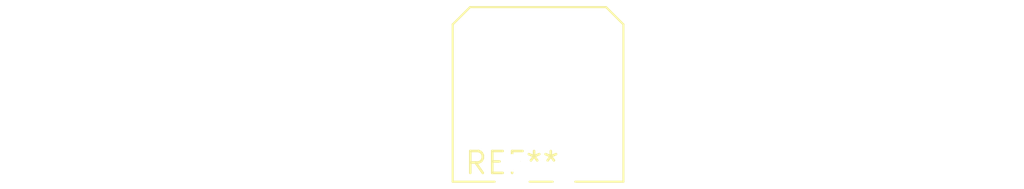
<source format=kicad_pcb>
(kicad_pcb (version 20240108) (generator pcbnew)
  (layers (0 "F.Cu" signal) (31 "B.Cu" signal) (34 "B.Paste" user) (35 "F.Paste" user) (36 "B.SilkS" user "B.Silkscreen") (37 "F.SilkS" user "F.Silkscreen") (38 "B.Mask" user) (39 "F.Mask" user) (44 "Edge.Cuts" user))
  (net 0 "")
  (footprint "Molex_Micro-Fit_3.0_43650-0200_1x02_P3.00mm_Horizontal" (layer "F.Cu") (at 0 0)
    (property "Reference" "REF**")
    (property "Value" "Molex_Micro-Fit_3.0_43650-0200_1x02_P3.00mm_Horizontal")
    (fp_line (start -3.435 -8.03) (end -2.435 -9.03) (layer "F.SilkS") (stroke (width 0.12)))
    (fp_line (start -3.435 1.09) (end -3.435 -8.03) (layer "F.SilkS") (stroke (width 0.12)))
    (fp_line (start -3.435 1.09) (end -1.01 1.09) (layer "F.SilkS") (stroke (width 0.12)))
    (fp_line (start -2.435 -9.03) (end 5.435 -9.03) (layer "F.SilkS") (stroke (width 0.12)))
    (fp_line (start 1.01 1.09) (end 2.348233 1.09) (layer "F.SilkS") (stroke (width 0.12)))
    (fp_line (start 5.435 -9.03) (end 6.435 -8.03) (layer "F.SilkS") (stroke (width 0.12)))
    (fp_line (start 6.435 -8.03) (end 6.435 1.09) (layer "F.SilkS") (stroke (width 0.12)))
    (fp_line (start 6.435 1.09) (end 3.651767 1.09) (layer "F.SilkS") (stroke (width 0.12)))
    (pad "" np_thru_hole circle (at 1.5 -4.32) (size 3 3) (drill 3) (layers *.Cu *.Mask))
    (pad "1" thru_hole roundrect (at 0 0) (size 1.5 2.02) (drill 1.02) (layers *.Cu *.Mask) (remove_unused_layers) (roundrect_rratio 0.166667))
    (pad "2" thru_hole oval (at 3 0) (size 1.5 2.02) (drill 1.02) (layers *.Cu *.Mask) (remove_unused_layers))
  )
)
</source>
